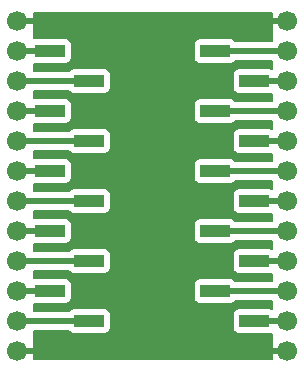
<source format=gbl>
G04 #@! TF.GenerationSoftware,KiCad,Pcbnew,9.0.6*
G04 #@! TF.CreationDate,2025-12-31T14:00:50-06:00*
G04 #@! TF.ProjectId,QFN-20_4x4,51464e2d-3230-45f3-9478-342e6b696361,rev?*
G04 #@! TF.SameCoordinates,Original*
G04 #@! TF.FileFunction,Copper,L2,Bot*
G04 #@! TF.FilePolarity,Positive*
%FSLAX46Y46*%
G04 Gerber Fmt 4.6, Leading zero omitted, Abs format (unit mm)*
G04 Created by KiCad (PCBNEW 9.0.6) date 2025-12-31 14:00:50*
%MOMM*%
%LPD*%
G01*
G04 APERTURE LIST*
G04 Aperture macros list*
%AMRotRect*
0 Rectangle, with rotation*
0 The origin of the aperture is its center*
0 $1 length*
0 $2 width*
0 $3 Rotation angle, in degrees counterclockwise*
0 Add horizontal line*
21,1,$1,$2,0,0,$3*%
G04 Aperture macros list end*
G04 #@! TA.AperFunction,SMDPad,CuDef*
%ADD10R,2.510000X1.000000*%
G04 #@! TD*
G04 #@! TA.AperFunction,ComponentPad*
%ADD11C,1.700000*%
G04 #@! TD*
G04 #@! TA.AperFunction,HeatsinkPad*
%ADD12C,0.500000*%
G04 #@! TD*
G04 #@! TA.AperFunction,HeatsinkPad*
%ADD13RotRect,2.500000X2.500000X315.000000*%
G04 #@! TD*
G04 #@! TA.AperFunction,Conductor*
%ADD14C,0.500000*%
G04 #@! TD*
G04 APERTURE END LIST*
D10*
X133099000Y-106680000D03*
X129789000Y-109220000D03*
X133099000Y-111760000D03*
X129789000Y-114300000D03*
X133099000Y-116840000D03*
X129789000Y-119380000D03*
X133099000Y-121920000D03*
X129789000Y-124460000D03*
X133099000Y-127000000D03*
X129789000Y-129540000D03*
X133099000Y-132080000D03*
X129789000Y-134620000D03*
X147071000Y-106680000D03*
X143761000Y-109220000D03*
X147071000Y-111760000D03*
X143761000Y-114300000D03*
X147071000Y-116840000D03*
X143761000Y-119380000D03*
X147071000Y-121920000D03*
X143761000Y-124460000D03*
X147071000Y-127000000D03*
X143761000Y-129540000D03*
X147071000Y-132080000D03*
X143761000Y-134620000D03*
D11*
X149860000Y-106680000D03*
X149860000Y-109220000D03*
X149860000Y-111760000D03*
X149860000Y-114300000D03*
X149860000Y-116840000D03*
X149860000Y-119380000D03*
X149860000Y-121920000D03*
X149860000Y-124460000D03*
X149860000Y-127000000D03*
X149860000Y-129540000D03*
X149860000Y-132080000D03*
X149860000Y-134620000D03*
X127000000Y-106680000D03*
X127000000Y-109220000D03*
X127000000Y-111760000D03*
X127000000Y-114300000D03*
X127000000Y-116840000D03*
X127000000Y-119380000D03*
X127000000Y-121920000D03*
X127000000Y-124460000D03*
X127000000Y-127000000D03*
X127000000Y-129540000D03*
X127000000Y-132080000D03*
X127000000Y-134620000D03*
D12*
X138430000Y-119235786D03*
X137015786Y-120650000D03*
D13*
X138430000Y-120650000D03*
D12*
X139844214Y-120650000D03*
X138430000Y-122064214D03*
D14*
X149860000Y-109220000D02*
X143761000Y-109220000D01*
X149860000Y-111760000D02*
X147071000Y-111760000D01*
X149860000Y-114300000D02*
X143761000Y-114300000D01*
X149860000Y-116840000D02*
X147071000Y-116840000D01*
X149860000Y-119380000D02*
X143761000Y-119380000D01*
X149860000Y-121920000D02*
X147071000Y-121920000D01*
X149860000Y-124460000D02*
X143761000Y-124460000D01*
X149860000Y-127000000D02*
X147071000Y-127000000D01*
X149860000Y-129540000D02*
X143761000Y-129540000D01*
X149860000Y-132080000D02*
X147071000Y-132080000D01*
X149860000Y-134620000D02*
X143761000Y-134620000D01*
X127000000Y-134620000D02*
X129789000Y-134620000D01*
X127000000Y-132080000D02*
X133099000Y-132080000D01*
X127000000Y-129540000D02*
X129789000Y-129540000D01*
X127000000Y-127000000D02*
X133099000Y-127000000D01*
X127000000Y-124460000D02*
X129789000Y-124460000D01*
X127000000Y-121920000D02*
X133099000Y-121920000D01*
X127000000Y-119380000D02*
X129789000Y-119380000D01*
X133099000Y-116840000D02*
X127000000Y-116840000D01*
X127000000Y-114300000D02*
X129789000Y-114300000D01*
X127000000Y-111760000D02*
X133099000Y-111760000D01*
X127000000Y-109220000D02*
X129789000Y-109220000D01*
X149860000Y-106680000D02*
X147071000Y-106680000D01*
X127000000Y-106680000D02*
X133099000Y-106680000D01*
G04 #@! TA.AperFunction,Conductor*
G36*
X148585697Y-105930185D02*
G01*
X148631452Y-105982989D01*
X148642658Y-106034500D01*
X148642658Y-108345500D01*
X148622973Y-108412539D01*
X148570169Y-108458294D01*
X148518658Y-108469500D01*
X145515751Y-108469500D01*
X145448712Y-108449815D01*
X145416485Y-108419812D01*
X145373548Y-108362457D01*
X145373546Y-108362454D01*
X145373542Y-108362451D01*
X145258335Y-108276206D01*
X145258328Y-108276202D01*
X145123482Y-108225908D01*
X145123483Y-108225908D01*
X145063883Y-108219501D01*
X145063881Y-108219500D01*
X145063873Y-108219500D01*
X145063864Y-108219500D01*
X142458129Y-108219500D01*
X142458123Y-108219501D01*
X142398516Y-108225908D01*
X142263671Y-108276202D01*
X142263664Y-108276206D01*
X142148455Y-108362452D01*
X142148452Y-108362455D01*
X142062206Y-108477664D01*
X142062202Y-108477671D01*
X142011908Y-108612517D01*
X142005501Y-108672116D01*
X142005501Y-108672123D01*
X142005500Y-108672135D01*
X142005500Y-109767870D01*
X142005501Y-109767876D01*
X142011908Y-109827483D01*
X142062202Y-109962328D01*
X142062206Y-109962335D01*
X142148452Y-110077544D01*
X142148455Y-110077547D01*
X142263664Y-110163793D01*
X142263671Y-110163797D01*
X142398517Y-110214091D01*
X142398516Y-110214091D01*
X142405444Y-110214835D01*
X142458127Y-110220500D01*
X145063872Y-110220499D01*
X145123483Y-110214091D01*
X145258331Y-110163796D01*
X145373546Y-110077546D01*
X145400227Y-110041903D01*
X145416485Y-110020188D01*
X145472419Y-109978318D01*
X145515751Y-109970500D01*
X148518658Y-109970500D01*
X148585697Y-109990185D01*
X148631452Y-110042989D01*
X148642658Y-110094500D01*
X148642658Y-110665332D01*
X148622973Y-110732371D01*
X148570169Y-110778126D01*
X148501011Y-110788070D01*
X148475327Y-110781515D01*
X148433481Y-110765908D01*
X148433483Y-110765908D01*
X148373883Y-110759501D01*
X148373881Y-110759500D01*
X148373873Y-110759500D01*
X148373864Y-110759500D01*
X145768129Y-110759500D01*
X145768123Y-110759501D01*
X145708516Y-110765908D01*
X145573671Y-110816202D01*
X145573664Y-110816206D01*
X145458455Y-110902452D01*
X145458452Y-110902455D01*
X145372206Y-111017664D01*
X145372202Y-111017671D01*
X145321908Y-111152517D01*
X145315501Y-111212116D01*
X145315501Y-111212123D01*
X145315500Y-111212135D01*
X145315500Y-112307870D01*
X145315501Y-112307876D01*
X145321908Y-112367483D01*
X145372202Y-112502328D01*
X145372206Y-112502335D01*
X145458452Y-112617544D01*
X145458455Y-112617547D01*
X145573664Y-112703793D01*
X145573671Y-112703797D01*
X145708517Y-112754091D01*
X145708516Y-112754091D01*
X145715444Y-112754835D01*
X145768127Y-112760500D01*
X148373872Y-112760499D01*
X148433483Y-112754091D01*
X148475325Y-112738485D01*
X148545016Y-112733501D01*
X148606339Y-112766986D01*
X148639824Y-112828309D01*
X148642658Y-112854667D01*
X148642658Y-113425500D01*
X148622973Y-113492539D01*
X148570169Y-113538294D01*
X148518658Y-113549500D01*
X145515751Y-113549500D01*
X145448712Y-113529815D01*
X145416485Y-113499812D01*
X145373548Y-113442457D01*
X145373546Y-113442454D01*
X145373542Y-113442451D01*
X145258335Y-113356206D01*
X145258328Y-113356202D01*
X145123482Y-113305908D01*
X145123483Y-113305908D01*
X145063883Y-113299501D01*
X145063881Y-113299500D01*
X145063873Y-113299500D01*
X145063864Y-113299500D01*
X142458129Y-113299500D01*
X142458123Y-113299501D01*
X142398516Y-113305908D01*
X142263671Y-113356202D01*
X142263664Y-113356206D01*
X142148455Y-113442452D01*
X142148452Y-113442455D01*
X142062206Y-113557664D01*
X142062202Y-113557671D01*
X142011908Y-113692517D01*
X142005501Y-113752116D01*
X142005501Y-113752123D01*
X142005500Y-113752135D01*
X142005500Y-114847870D01*
X142005501Y-114847876D01*
X142011908Y-114907483D01*
X142062202Y-115042328D01*
X142062206Y-115042335D01*
X142148452Y-115157544D01*
X142148455Y-115157547D01*
X142263664Y-115243793D01*
X142263671Y-115243797D01*
X142398517Y-115294091D01*
X142398516Y-115294091D01*
X142405444Y-115294835D01*
X142458127Y-115300500D01*
X145063872Y-115300499D01*
X145123483Y-115294091D01*
X145258331Y-115243796D01*
X145373546Y-115157546D01*
X145400227Y-115121903D01*
X145416485Y-115100188D01*
X145472419Y-115058318D01*
X145515751Y-115050500D01*
X148518658Y-115050500D01*
X148585697Y-115070185D01*
X148631452Y-115122989D01*
X148642658Y-115174500D01*
X148642658Y-115745332D01*
X148622973Y-115812371D01*
X148570169Y-115858126D01*
X148501011Y-115868070D01*
X148475327Y-115861515D01*
X148433481Y-115845908D01*
X148433483Y-115845908D01*
X148373883Y-115839501D01*
X148373881Y-115839500D01*
X148373873Y-115839500D01*
X148373864Y-115839500D01*
X145768129Y-115839500D01*
X145768123Y-115839501D01*
X145708516Y-115845908D01*
X145573671Y-115896202D01*
X145573664Y-115896206D01*
X145458455Y-115982452D01*
X145458452Y-115982455D01*
X145372206Y-116097664D01*
X145372202Y-116097671D01*
X145321908Y-116232517D01*
X145315501Y-116292116D01*
X145315501Y-116292123D01*
X145315500Y-116292135D01*
X145315500Y-117387870D01*
X145315501Y-117387876D01*
X145321908Y-117447483D01*
X145372202Y-117582328D01*
X145372206Y-117582335D01*
X145458452Y-117697544D01*
X145458455Y-117697547D01*
X145573664Y-117783793D01*
X145573671Y-117783797D01*
X145708517Y-117834091D01*
X145708516Y-117834091D01*
X145715444Y-117834835D01*
X145768127Y-117840500D01*
X148373872Y-117840499D01*
X148433483Y-117834091D01*
X148475325Y-117818485D01*
X148545016Y-117813501D01*
X148606339Y-117846986D01*
X148639824Y-117908309D01*
X148642658Y-117934667D01*
X148642658Y-118505500D01*
X148622973Y-118572539D01*
X148570169Y-118618294D01*
X148518658Y-118629500D01*
X145515751Y-118629500D01*
X145448712Y-118609815D01*
X145416485Y-118579812D01*
X145373548Y-118522457D01*
X145373546Y-118522454D01*
X145373542Y-118522451D01*
X145258335Y-118436206D01*
X145258328Y-118436202D01*
X145123482Y-118385908D01*
X145123483Y-118385908D01*
X145063883Y-118379501D01*
X145063881Y-118379500D01*
X145063873Y-118379500D01*
X145063864Y-118379500D01*
X142458129Y-118379500D01*
X142458123Y-118379501D01*
X142398516Y-118385908D01*
X142263671Y-118436202D01*
X142263664Y-118436206D01*
X142148455Y-118522452D01*
X142148452Y-118522455D01*
X142062206Y-118637664D01*
X142062202Y-118637671D01*
X142011908Y-118772517D01*
X142005501Y-118832116D01*
X142005501Y-118832123D01*
X142005500Y-118832135D01*
X142005500Y-119927870D01*
X142005501Y-119927876D01*
X142011908Y-119987483D01*
X142062202Y-120122328D01*
X142062206Y-120122335D01*
X142148452Y-120237544D01*
X142148455Y-120237547D01*
X142263664Y-120323793D01*
X142263671Y-120323797D01*
X142398517Y-120374091D01*
X142398516Y-120374091D01*
X142405444Y-120374835D01*
X142458127Y-120380500D01*
X145063872Y-120380499D01*
X145123483Y-120374091D01*
X145258331Y-120323796D01*
X145373546Y-120237546D01*
X145400227Y-120201903D01*
X145416485Y-120180188D01*
X145472419Y-120138318D01*
X145515751Y-120130500D01*
X148518658Y-120130500D01*
X148585697Y-120150185D01*
X148631452Y-120202989D01*
X148642658Y-120254500D01*
X148642658Y-120825332D01*
X148622973Y-120892371D01*
X148570169Y-120938126D01*
X148501011Y-120948070D01*
X148475327Y-120941515D01*
X148433481Y-120925908D01*
X148433483Y-120925908D01*
X148373883Y-120919501D01*
X148373881Y-120919500D01*
X148373873Y-120919500D01*
X148373864Y-120919500D01*
X145768129Y-120919500D01*
X145768123Y-120919501D01*
X145708516Y-120925908D01*
X145573671Y-120976202D01*
X145573664Y-120976206D01*
X145458455Y-121062452D01*
X145458452Y-121062455D01*
X145372206Y-121177664D01*
X145372202Y-121177671D01*
X145321908Y-121312517D01*
X145315501Y-121372116D01*
X145315501Y-121372123D01*
X145315500Y-121372135D01*
X145315500Y-122467870D01*
X145315501Y-122467876D01*
X145321908Y-122527483D01*
X145372202Y-122662328D01*
X145372206Y-122662335D01*
X145458452Y-122777544D01*
X145458455Y-122777547D01*
X145573664Y-122863793D01*
X145573671Y-122863797D01*
X145708517Y-122914091D01*
X145708516Y-122914091D01*
X145715444Y-122914835D01*
X145768127Y-122920500D01*
X148373872Y-122920499D01*
X148433483Y-122914091D01*
X148475325Y-122898485D01*
X148545016Y-122893501D01*
X148606339Y-122926986D01*
X148639824Y-122988309D01*
X148642658Y-123014667D01*
X148642658Y-123585500D01*
X148622973Y-123652539D01*
X148570169Y-123698294D01*
X148518658Y-123709500D01*
X145515751Y-123709500D01*
X145448712Y-123689815D01*
X145416485Y-123659812D01*
X145373548Y-123602457D01*
X145373546Y-123602454D01*
X145373542Y-123602451D01*
X145258335Y-123516206D01*
X145258328Y-123516202D01*
X145123482Y-123465908D01*
X145123483Y-123465908D01*
X145063883Y-123459501D01*
X145063881Y-123459500D01*
X145063873Y-123459500D01*
X145063864Y-123459500D01*
X142458129Y-123459500D01*
X142458123Y-123459501D01*
X142398516Y-123465908D01*
X142263671Y-123516202D01*
X142263664Y-123516206D01*
X142148455Y-123602452D01*
X142148452Y-123602455D01*
X142062206Y-123717664D01*
X142062202Y-123717671D01*
X142011908Y-123852517D01*
X142005501Y-123912116D01*
X142005501Y-123912123D01*
X142005500Y-123912135D01*
X142005500Y-125007870D01*
X142005501Y-125007876D01*
X142011908Y-125067483D01*
X142062202Y-125202328D01*
X142062206Y-125202335D01*
X142148452Y-125317544D01*
X142148455Y-125317547D01*
X142263664Y-125403793D01*
X142263671Y-125403797D01*
X142398517Y-125454091D01*
X142398516Y-125454091D01*
X142405444Y-125454835D01*
X142458127Y-125460500D01*
X145063872Y-125460499D01*
X145123483Y-125454091D01*
X145258331Y-125403796D01*
X145373546Y-125317546D01*
X145400227Y-125281903D01*
X145416485Y-125260188D01*
X145472419Y-125218318D01*
X145515751Y-125210500D01*
X148518658Y-125210500D01*
X148585697Y-125230185D01*
X148631452Y-125282989D01*
X148642658Y-125334500D01*
X148642658Y-125905332D01*
X148622973Y-125972371D01*
X148570169Y-126018126D01*
X148501011Y-126028070D01*
X148475327Y-126021515D01*
X148433481Y-126005908D01*
X148433483Y-126005908D01*
X148373883Y-125999501D01*
X148373881Y-125999500D01*
X148373873Y-125999500D01*
X148373864Y-125999500D01*
X145768129Y-125999500D01*
X145768123Y-125999501D01*
X145708516Y-126005908D01*
X145573671Y-126056202D01*
X145573664Y-126056206D01*
X145458455Y-126142452D01*
X145458452Y-126142455D01*
X145372206Y-126257664D01*
X145372202Y-126257671D01*
X145321908Y-126392517D01*
X145315501Y-126452116D01*
X145315501Y-126452123D01*
X145315500Y-126452135D01*
X145315500Y-127547870D01*
X145315501Y-127547876D01*
X145321908Y-127607483D01*
X145372202Y-127742328D01*
X145372206Y-127742335D01*
X145458452Y-127857544D01*
X145458455Y-127857547D01*
X145573664Y-127943793D01*
X145573671Y-127943797D01*
X145708517Y-127994091D01*
X145708516Y-127994091D01*
X145715444Y-127994835D01*
X145768127Y-128000500D01*
X148373872Y-128000499D01*
X148433483Y-127994091D01*
X148475325Y-127978485D01*
X148545016Y-127973501D01*
X148606339Y-128006986D01*
X148639824Y-128068309D01*
X148642658Y-128094667D01*
X148642658Y-128665500D01*
X148622973Y-128732539D01*
X148570169Y-128778294D01*
X148518658Y-128789500D01*
X145515751Y-128789500D01*
X145448712Y-128769815D01*
X145416485Y-128739812D01*
X145373548Y-128682457D01*
X145373546Y-128682454D01*
X145373542Y-128682451D01*
X145258335Y-128596206D01*
X145258328Y-128596202D01*
X145123482Y-128545908D01*
X145123483Y-128545908D01*
X145063883Y-128539501D01*
X145063881Y-128539500D01*
X145063873Y-128539500D01*
X145063864Y-128539500D01*
X142458129Y-128539500D01*
X142458123Y-128539501D01*
X142398516Y-128545908D01*
X142263671Y-128596202D01*
X142263664Y-128596206D01*
X142148455Y-128682452D01*
X142148452Y-128682455D01*
X142062206Y-128797664D01*
X142062202Y-128797671D01*
X142011908Y-128932517D01*
X142005501Y-128992116D01*
X142005501Y-128992123D01*
X142005500Y-128992135D01*
X142005500Y-130087870D01*
X142005501Y-130087876D01*
X142011908Y-130147483D01*
X142062202Y-130282328D01*
X142062206Y-130282335D01*
X142148452Y-130397544D01*
X142148455Y-130397547D01*
X142263664Y-130483793D01*
X142263671Y-130483797D01*
X142398517Y-130534091D01*
X142398516Y-130534091D01*
X142405444Y-130534835D01*
X142458127Y-130540500D01*
X145063872Y-130540499D01*
X145123483Y-130534091D01*
X145258331Y-130483796D01*
X145373546Y-130397546D01*
X145400227Y-130361903D01*
X145416485Y-130340188D01*
X145472419Y-130298318D01*
X145515751Y-130290500D01*
X148518658Y-130290500D01*
X148585697Y-130310185D01*
X148631452Y-130362989D01*
X148642658Y-130414500D01*
X148642658Y-130985332D01*
X148622973Y-131052371D01*
X148570169Y-131098126D01*
X148501011Y-131108070D01*
X148475327Y-131101515D01*
X148433481Y-131085908D01*
X148433483Y-131085908D01*
X148373883Y-131079501D01*
X148373881Y-131079500D01*
X148373873Y-131079500D01*
X148373864Y-131079500D01*
X145768129Y-131079500D01*
X145768123Y-131079501D01*
X145708516Y-131085908D01*
X145573671Y-131136202D01*
X145573664Y-131136206D01*
X145458455Y-131222452D01*
X145458452Y-131222455D01*
X145372206Y-131337664D01*
X145372202Y-131337671D01*
X145321908Y-131472517D01*
X145315501Y-131532116D01*
X145315501Y-131532123D01*
X145315500Y-131532135D01*
X145315500Y-132627870D01*
X145315501Y-132627876D01*
X145321908Y-132687483D01*
X145372202Y-132822328D01*
X145372206Y-132822335D01*
X145458452Y-132937544D01*
X145458455Y-132937547D01*
X145573664Y-133023793D01*
X145573671Y-133023797D01*
X145708517Y-133074091D01*
X145708516Y-133074091D01*
X145715444Y-133074835D01*
X145768127Y-133080500D01*
X148373872Y-133080499D01*
X148433483Y-133074091D01*
X148475325Y-133058485D01*
X148545016Y-133053501D01*
X148606339Y-133086986D01*
X148639824Y-133148309D01*
X148642658Y-133174667D01*
X148642658Y-135265500D01*
X148622973Y-135332539D01*
X148570169Y-135378294D01*
X148518658Y-135389500D01*
X128446658Y-135389500D01*
X128379619Y-135369815D01*
X128333864Y-135317011D01*
X128322658Y-135265500D01*
X128322658Y-132954500D01*
X128342343Y-132887461D01*
X128395147Y-132841706D01*
X128446658Y-132830500D01*
X131344249Y-132830500D01*
X131411288Y-132850185D01*
X131443515Y-132880188D01*
X131448960Y-132887461D01*
X131486454Y-132937546D01*
X131486457Y-132937548D01*
X131601664Y-133023793D01*
X131601671Y-133023797D01*
X131736517Y-133074091D01*
X131736516Y-133074091D01*
X131743444Y-133074835D01*
X131796127Y-133080500D01*
X134401872Y-133080499D01*
X134461483Y-133074091D01*
X134596331Y-133023796D01*
X134711546Y-132937546D01*
X134797796Y-132822331D01*
X134848091Y-132687483D01*
X134854500Y-132627873D01*
X134854499Y-131532128D01*
X134848091Y-131472517D01*
X134797796Y-131337669D01*
X134797795Y-131337668D01*
X134797793Y-131337664D01*
X134711547Y-131222455D01*
X134711544Y-131222452D01*
X134596335Y-131136206D01*
X134596328Y-131136202D01*
X134461482Y-131085908D01*
X134461483Y-131085908D01*
X134401883Y-131079501D01*
X134401881Y-131079500D01*
X134401873Y-131079500D01*
X134401864Y-131079500D01*
X131796129Y-131079500D01*
X131796123Y-131079501D01*
X131736516Y-131085908D01*
X131601671Y-131136202D01*
X131601664Y-131136206D01*
X131486457Y-131222451D01*
X131486451Y-131222457D01*
X131443515Y-131279812D01*
X131387581Y-131321682D01*
X131344249Y-131329500D01*
X128446658Y-131329500D01*
X128379619Y-131309815D01*
X128333864Y-131257011D01*
X128322658Y-131205500D01*
X128322658Y-130660970D01*
X128342343Y-130593931D01*
X128395147Y-130548176D01*
X128459912Y-130537681D01*
X128486127Y-130540500D01*
X131091872Y-130540499D01*
X131151483Y-130534091D01*
X131286331Y-130483796D01*
X131401546Y-130397546D01*
X131487796Y-130282331D01*
X131538091Y-130147483D01*
X131544500Y-130087873D01*
X131544499Y-128992128D01*
X131538091Y-128932517D01*
X131487796Y-128797669D01*
X131487795Y-128797668D01*
X131487793Y-128797664D01*
X131401547Y-128682455D01*
X131401544Y-128682452D01*
X131286335Y-128596206D01*
X131286328Y-128596202D01*
X131151482Y-128545908D01*
X131151483Y-128545908D01*
X131091883Y-128539501D01*
X131091881Y-128539500D01*
X131091873Y-128539500D01*
X131091864Y-128539500D01*
X128486129Y-128539500D01*
X128486123Y-128539501D01*
X128459911Y-128542319D01*
X128391152Y-128529912D01*
X128340015Y-128482301D01*
X128322658Y-128419029D01*
X128322658Y-127874500D01*
X128342343Y-127807461D01*
X128395147Y-127761706D01*
X128446658Y-127750500D01*
X131344249Y-127750500D01*
X131411288Y-127770185D01*
X131443515Y-127800188D01*
X131448960Y-127807461D01*
X131486454Y-127857546D01*
X131486457Y-127857548D01*
X131601664Y-127943793D01*
X131601671Y-127943797D01*
X131736517Y-127994091D01*
X131736516Y-127994091D01*
X131743444Y-127994835D01*
X131796127Y-128000500D01*
X134401872Y-128000499D01*
X134461483Y-127994091D01*
X134596331Y-127943796D01*
X134711546Y-127857546D01*
X134797796Y-127742331D01*
X134848091Y-127607483D01*
X134854500Y-127547873D01*
X134854499Y-126452128D01*
X134848091Y-126392517D01*
X134797796Y-126257669D01*
X134797795Y-126257668D01*
X134797793Y-126257664D01*
X134711547Y-126142455D01*
X134711544Y-126142452D01*
X134596335Y-126056206D01*
X134596328Y-126056202D01*
X134461482Y-126005908D01*
X134461483Y-126005908D01*
X134401883Y-125999501D01*
X134401881Y-125999500D01*
X134401873Y-125999500D01*
X134401864Y-125999500D01*
X131796129Y-125999500D01*
X131796123Y-125999501D01*
X131736516Y-126005908D01*
X131601671Y-126056202D01*
X131601664Y-126056206D01*
X131486457Y-126142451D01*
X131486451Y-126142457D01*
X131443515Y-126199812D01*
X131387581Y-126241682D01*
X131344249Y-126249500D01*
X128446658Y-126249500D01*
X128379619Y-126229815D01*
X128333864Y-126177011D01*
X128322658Y-126125500D01*
X128322658Y-125580970D01*
X128342343Y-125513931D01*
X128395147Y-125468176D01*
X128459912Y-125457681D01*
X128486127Y-125460500D01*
X131091872Y-125460499D01*
X131151483Y-125454091D01*
X131286331Y-125403796D01*
X131401546Y-125317546D01*
X131487796Y-125202331D01*
X131538091Y-125067483D01*
X131544500Y-125007873D01*
X131544499Y-123912128D01*
X131538091Y-123852517D01*
X131487796Y-123717669D01*
X131487795Y-123717668D01*
X131487793Y-123717664D01*
X131401547Y-123602455D01*
X131401544Y-123602452D01*
X131286335Y-123516206D01*
X131286328Y-123516202D01*
X131151482Y-123465908D01*
X131151483Y-123465908D01*
X131091883Y-123459501D01*
X131091881Y-123459500D01*
X131091873Y-123459500D01*
X131091864Y-123459500D01*
X128486129Y-123459500D01*
X128486123Y-123459501D01*
X128459911Y-123462319D01*
X128391152Y-123449912D01*
X128340015Y-123402301D01*
X128322658Y-123339029D01*
X128322658Y-122794500D01*
X128342343Y-122727461D01*
X128395147Y-122681706D01*
X128446658Y-122670500D01*
X131344249Y-122670500D01*
X131411288Y-122690185D01*
X131443515Y-122720188D01*
X131448960Y-122727461D01*
X131486454Y-122777546D01*
X131486457Y-122777548D01*
X131601664Y-122863793D01*
X131601671Y-122863797D01*
X131736517Y-122914091D01*
X131736516Y-122914091D01*
X131743444Y-122914835D01*
X131796127Y-122920500D01*
X134401872Y-122920499D01*
X134461483Y-122914091D01*
X134596331Y-122863796D01*
X134711546Y-122777546D01*
X134797796Y-122662331D01*
X134848091Y-122527483D01*
X134854500Y-122467873D01*
X134854499Y-121372128D01*
X134848091Y-121312517D01*
X134797796Y-121177669D01*
X134797795Y-121177668D01*
X134797793Y-121177664D01*
X134711547Y-121062455D01*
X134711544Y-121062452D01*
X134596335Y-120976206D01*
X134596328Y-120976202D01*
X134461482Y-120925908D01*
X134461483Y-120925908D01*
X134401883Y-120919501D01*
X134401881Y-120919500D01*
X134401873Y-120919500D01*
X134401864Y-120919500D01*
X131796129Y-120919500D01*
X131796123Y-120919501D01*
X131736516Y-120925908D01*
X131601671Y-120976202D01*
X131601664Y-120976206D01*
X131486457Y-121062451D01*
X131486451Y-121062457D01*
X131443515Y-121119812D01*
X131387581Y-121161682D01*
X131344249Y-121169500D01*
X128446658Y-121169500D01*
X128379619Y-121149815D01*
X128333864Y-121097011D01*
X128322658Y-121045500D01*
X128322658Y-120500970D01*
X128342343Y-120433931D01*
X128395147Y-120388176D01*
X128459912Y-120377681D01*
X128486127Y-120380500D01*
X131091872Y-120380499D01*
X131151483Y-120374091D01*
X131286331Y-120323796D01*
X131401546Y-120237546D01*
X131487796Y-120122331D01*
X131538091Y-119987483D01*
X131544500Y-119927873D01*
X131544499Y-118832128D01*
X131538091Y-118772517D01*
X131487796Y-118637669D01*
X131487795Y-118637668D01*
X131487793Y-118637664D01*
X131401547Y-118522455D01*
X131401544Y-118522452D01*
X131286335Y-118436206D01*
X131286328Y-118436202D01*
X131151482Y-118385908D01*
X131151483Y-118385908D01*
X131091883Y-118379501D01*
X131091881Y-118379500D01*
X131091873Y-118379500D01*
X131091864Y-118379500D01*
X128486129Y-118379500D01*
X128486123Y-118379501D01*
X128459911Y-118382319D01*
X128391152Y-118369912D01*
X128340015Y-118322301D01*
X128322658Y-118259029D01*
X128322658Y-117714500D01*
X128342343Y-117647461D01*
X128395147Y-117601706D01*
X128446658Y-117590500D01*
X131344249Y-117590500D01*
X131411288Y-117610185D01*
X131443515Y-117640188D01*
X131448960Y-117647461D01*
X131486454Y-117697546D01*
X131486457Y-117697548D01*
X131601664Y-117783793D01*
X131601671Y-117783797D01*
X131736517Y-117834091D01*
X131736516Y-117834091D01*
X131743444Y-117834835D01*
X131796127Y-117840500D01*
X134401872Y-117840499D01*
X134461483Y-117834091D01*
X134596331Y-117783796D01*
X134711546Y-117697546D01*
X134797796Y-117582331D01*
X134848091Y-117447483D01*
X134854500Y-117387873D01*
X134854499Y-116292128D01*
X134848091Y-116232517D01*
X134797796Y-116097669D01*
X134797795Y-116097668D01*
X134797793Y-116097664D01*
X134711547Y-115982455D01*
X134711544Y-115982452D01*
X134596335Y-115896206D01*
X134596328Y-115896202D01*
X134461482Y-115845908D01*
X134461483Y-115845908D01*
X134401883Y-115839501D01*
X134401881Y-115839500D01*
X134401873Y-115839500D01*
X134401864Y-115839500D01*
X131796129Y-115839500D01*
X131796123Y-115839501D01*
X131736516Y-115845908D01*
X131601671Y-115896202D01*
X131601664Y-115896206D01*
X131486457Y-115982451D01*
X131486451Y-115982457D01*
X131443515Y-116039812D01*
X131387581Y-116081682D01*
X131344249Y-116089500D01*
X128446658Y-116089500D01*
X128379619Y-116069815D01*
X128333864Y-116017011D01*
X128322658Y-115965500D01*
X128322658Y-115420970D01*
X128342343Y-115353931D01*
X128395147Y-115308176D01*
X128459912Y-115297681D01*
X128486127Y-115300500D01*
X131091872Y-115300499D01*
X131151483Y-115294091D01*
X131286331Y-115243796D01*
X131401546Y-115157546D01*
X131487796Y-115042331D01*
X131538091Y-114907483D01*
X131544500Y-114847873D01*
X131544499Y-113752128D01*
X131538091Y-113692517D01*
X131487796Y-113557669D01*
X131487795Y-113557668D01*
X131487793Y-113557664D01*
X131401547Y-113442455D01*
X131401544Y-113442452D01*
X131286335Y-113356206D01*
X131286328Y-113356202D01*
X131151482Y-113305908D01*
X131151483Y-113305908D01*
X131091883Y-113299501D01*
X131091881Y-113299500D01*
X131091873Y-113299500D01*
X131091864Y-113299500D01*
X128486129Y-113299500D01*
X128486123Y-113299501D01*
X128459911Y-113302319D01*
X128391152Y-113289912D01*
X128340015Y-113242301D01*
X128322658Y-113179029D01*
X128322658Y-112634500D01*
X128342343Y-112567461D01*
X128395147Y-112521706D01*
X128446658Y-112510500D01*
X131344249Y-112510500D01*
X131411288Y-112530185D01*
X131443515Y-112560188D01*
X131448960Y-112567461D01*
X131486454Y-112617546D01*
X131486457Y-112617548D01*
X131601664Y-112703793D01*
X131601671Y-112703797D01*
X131736517Y-112754091D01*
X131736516Y-112754091D01*
X131743444Y-112754835D01*
X131796127Y-112760500D01*
X134401872Y-112760499D01*
X134461483Y-112754091D01*
X134596331Y-112703796D01*
X134711546Y-112617546D01*
X134797796Y-112502331D01*
X134848091Y-112367483D01*
X134854500Y-112307873D01*
X134854499Y-111212128D01*
X134848091Y-111152517D01*
X134797796Y-111017669D01*
X134797795Y-111017668D01*
X134797793Y-111017664D01*
X134711547Y-110902455D01*
X134711544Y-110902452D01*
X134596335Y-110816206D01*
X134596328Y-110816202D01*
X134461482Y-110765908D01*
X134461483Y-110765908D01*
X134401883Y-110759501D01*
X134401881Y-110759500D01*
X134401873Y-110759500D01*
X134401864Y-110759500D01*
X131796129Y-110759500D01*
X131796123Y-110759501D01*
X131736516Y-110765908D01*
X131601671Y-110816202D01*
X131601664Y-110816206D01*
X131486457Y-110902451D01*
X131486451Y-110902457D01*
X131443515Y-110959812D01*
X131387581Y-111001682D01*
X131344249Y-111009500D01*
X128446658Y-111009500D01*
X128379619Y-110989815D01*
X128333864Y-110937011D01*
X128322658Y-110885500D01*
X128322658Y-110340970D01*
X128342343Y-110273931D01*
X128395147Y-110228176D01*
X128459912Y-110217681D01*
X128486127Y-110220500D01*
X131091872Y-110220499D01*
X131151483Y-110214091D01*
X131286331Y-110163796D01*
X131401546Y-110077546D01*
X131487796Y-109962331D01*
X131538091Y-109827483D01*
X131544500Y-109767873D01*
X131544499Y-108672128D01*
X131538091Y-108612517D01*
X131487796Y-108477669D01*
X131487795Y-108477668D01*
X131487793Y-108477664D01*
X131401547Y-108362455D01*
X131401544Y-108362452D01*
X131286335Y-108276206D01*
X131286328Y-108276202D01*
X131151482Y-108225908D01*
X131151483Y-108225908D01*
X131091883Y-108219501D01*
X131091881Y-108219500D01*
X131091873Y-108219500D01*
X131091864Y-108219500D01*
X128486129Y-108219500D01*
X128486123Y-108219501D01*
X128459911Y-108222319D01*
X128391152Y-108209912D01*
X128340015Y-108162301D01*
X128322658Y-108099029D01*
X128322658Y-106034500D01*
X128342343Y-105967461D01*
X128395147Y-105921706D01*
X128446658Y-105910500D01*
X148518658Y-105910500D01*
X148585697Y-105930185D01*
G37*
G04 #@! TD.AperFunction*
M02*

</source>
